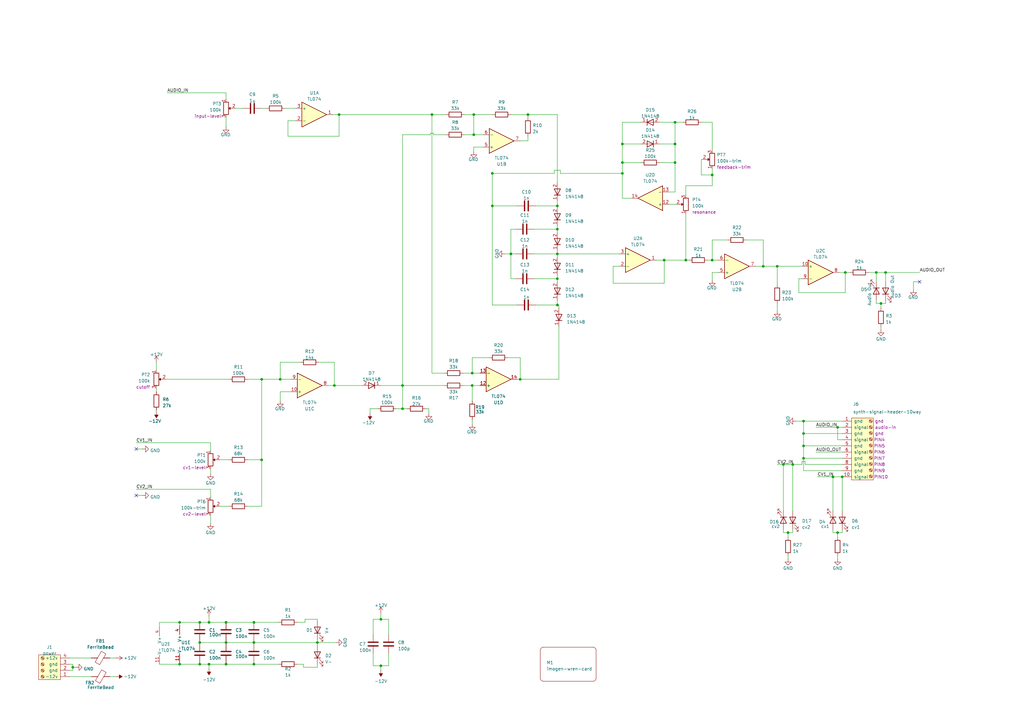
<source format=kicad_sch>
(kicad_sch (version 20250114) (generator "eeschema") (generator_version "9.0")
  (paper "A3")
  (junction (at 329.565 172.72))
  (junction (at 329.565 182.88))
  (junction (at 139.065 46.99))
  (junction (at 177.165 46.99))
  (junction (at 325.12 190.5))
  (junction (at 156.21 273.05))
  (junction (at 73.66 255.27))
  (junction (at 341.63 195.58))
  (junction (at 272.415 106.68))
  (junction (at 281.305 106.68))
  (junction (at 104.14 263.525))
  (junction (at 193.675 153.035))
  (junction (at 346.71 111.76))
  (junction (at 156.21 254))
  (junction (at 228.6 114.3))
  (junction (at 85.725 255.27))
  (junction (at 81.915 272.415))
  (junction (at 363.22 111.76))
  (junction (at 359.41 111.76))
  (junction (at 73.66 272.415))
  (junction (at 165.1 167.64))
  (junction (at 228.6 93.98))
  (junction (at 114.935 155.575))
  (junction (at 276.86 50.165))
  (junction (at 81.915 255.27))
  (junction (at 255.27 66.675))
  (junction (at 137.16 158.115))
  (junction (at 276.86 66.675))
  (junction (at 228.6 125.095))
  (junction (at 81.915 263.525))
  (junction (at 92.71 263.525))
  (junction (at 343.535 218.44))
  (junction (at 216.535 46.99))
  (junction (at 292.1 106.68))
  (junction (at 209.55 104.14))
  (junction (at 29.845 273.685))
  (junction (at 292.1 71.755))
  (junction (at 194.31 55.245))
  (junction (at 228.6 104.14))
  (junction (at 318.77 109.22))
  (junction (at 323.215 218.44))
  (junction (at 107.315 188.595))
  (junction (at 194.31 46.99))
  (junction (at 201.93 71.12))
  (junction (at 92.71 255.27))
  (junction (at 329.565 177.8))
  (junction (at 92.71 272.415))
  (junction (at 255.27 71.12))
  (junction (at 107.315 155.575))
  (junction (at 255.27 59.055))
  (junction (at 104.14 272.415))
  (junction (at 201.93 84.455))
  (junction (at 193.675 158.115))
  (junction (at 213.36 155.575))
  (junction (at 104.14 255.27))
  (junction (at 345.44 195.58))
  (junction (at 165.1 158.115))
  (junction (at 130.175 263.525))
  (junction (at 85.725 272.415))
  (junction (at 228.6 84.455))
  (junction (at 329.565 187.96))
  (junction (at 343.535 175.26))
  (junction (at 321.31 190.5))
  (junction (at 276.86 59.055))
  (junction (at 313.055 109.22))
  (junction (at 361.315 124.46))
  (no_connect (at 55.88 203.2))
  (no_connect (at 55.88 184.15))
  (no_connect (at 377.19 115.57))
  (wire (pts (xy 363.22 111.76) (xy 377.19 111.76)))
  (wire (pts (xy 130.175 262.255) (xy 130.175 263.525)))
  (wire (pts (xy 255.27 71.12) (xy 229.87 71.12)))
  (wire (pts (xy 212.09 155.575) (xy 213.36 155.575)))
  (wire (pts (xy 81.915 271.78) (xy 81.915 272.415)))
  (wire (pts (xy 194.31 46.99) (xy 194.31 55.245)))
  (wire (pts (xy 116.84 44.45) (xy 121.285 44.45)))
  (wire (pts (xy 219.075 104.14) (xy 228.6 104.14)))
  (wire (pts (xy 165.1 158.115) (xy 182.245 158.115)))
  (wire (pts (xy 81.915 272.415) (xy 85.725 272.415)))
  (wire (pts (xy 334.645 185.42) (xy 345.44 185.42)))
  (wire (pts (xy 228.6 82.55) (xy 228.6 84.455)))
  (wire (pts (xy 137.16 148.59) (xy 130.81 148.59)))
  (wire (pts (xy 104.14 255.27) (xy 114.3 255.27)))
  (wire (pts (xy 228.6 114.3) (xy 228.6 115.57)))
  (wire (pts (xy 363.22 111.76) (xy 363.22 115.57)))
  (wire (pts (xy 228.6 104.14) (xy 228.6 102.87)))
  (wire (pts (xy 86.36 200.66) (xy 55.88 200.66)))
  (wire (pts (xy 92.71 264.16) (xy 92.71 263.525)))
  (wire (pts (xy 329.565 172.72) (xy 345.44 172.72)))
  (wire (pts (xy 90.17 207.645) (xy 93.98 207.645)))
  (wire (pts (xy 81.915 263.525) (xy 92.71 263.525)))
  (wire (pts (xy 213.36 155.575) (xy 213.36 146.685)))
  (wire (pts (xy 343.535 218.44) (xy 345.44 218.44)))
  (wire (pts (xy 81.915 264.16) (xy 81.915 263.525)))
  (wire (pts (xy 335.28 195.58) (xy 341.63 195.58)))
  (wire (pts (xy 118.11 49.53) (xy 118.11 55.88)))
  (wire (pts (xy 165.1 158.115) (xy 165.1 167.64)))
  (wire (pts (xy 359.41 111.76) (xy 363.22 111.76)))
  (wire (pts (xy 343.535 175.26) (xy 345.44 175.26)))
  (wire (pts (xy 294.64 106.68) (xy 292.1 106.68)))
  (wire (pts (xy 313.055 109.22) (xy 309.88 109.22)))
  (wire (pts (xy 104.14 272.415) (xy 114.3 272.415)))
  (wire (pts (xy 28.575 272.415) (xy 29.845 272.415)))
  (wire (pts (xy 276.86 78.74) (xy 276.86 66.675)))
  (wire (pts (xy 175.895 167.64) (xy 175.895 169.545)))
  (wire (pts (xy 227.33 71.12) (xy 227.33 69.85)))
  (wire (pts (xy 99.695 44.45) (xy 96.52 44.45)))
  (wire (pts (xy 28.575 277.495) (xy 37.465 277.495)))
  (wire (pts (xy 213.36 146.685) (xy 208.28 146.685)))
  (wire (pts (xy 165.1 55.245) (xy 176.53 55.245)))
  (wire (pts (xy 272.415 106.68) (xy 281.305 106.68)))
  (wire (pts (xy 254 109.22) (xy 251.46 109.22)))
  (wire (pts (xy 114.935 160.655) (xy 119.38 160.655)))
  (wire (pts (xy 318.77 109.22) (xy 328.93 109.22)))
  (wire (pts (xy 92.71 255.27) (xy 104.14 255.27)))
  (wire (pts (xy 123.19 148.59) (xy 114.935 148.59)))
  (wire (pts (xy 209.55 46.99) (xy 216.535 46.99)))
  (wire (pts (xy 165.1 167.64) (xy 167.005 167.64)))
  (wire (pts (xy 359.41 124.46) (xy 361.315 124.46)))
  (wire (pts (xy 251.46 116.205) (xy 272.415 116.205)))
  (wire (pts (xy 194.31 46.99) (xy 201.93 46.99)))
  (wire (pts (xy 201.93 125.095) (xy 212.09 125.095)))
  (wire (pts (xy 177.165 153.035) (xy 182.245 153.035)))
  (wire (pts (xy 255.27 81.28) (xy 259.08 81.28)))
  (wire (pts (xy 209.55 104.14) (xy 211.455 104.14)))
  (wire (pts (xy 228.6 104.14) (xy 228.6 105.41)))
  (wire (pts (xy 281.305 106.68) (xy 282.575 106.68)))
  (wire (pts (xy 151.765 169.545) (xy 151.765 167.64)))
  (wire (pts (xy 86.36 184.785) (xy 86.36 181.61)))
  (wire (pts (xy 156.21 273.05) (xy 156.21 274.955)))
  (wire (pts (xy 86.36 192.405) (xy 86.36 194.31)))
  (wire (pts (xy 73.66 256.54) (xy 73.66 255.27)))
  (wire (pts (xy 374.65 115.57) (xy 374.65 118.745)))
  (wire (pts (xy 162.56 167.64) (xy 165.1 167.64)))
  (wire (pts (xy 92.71 271.78) (xy 92.71 272.415)))
  (wire (pts (xy 327.66 120.015) (xy 346.71 120.015)))
  (wire (pts (xy 85.725 252.73) (xy 85.725 255.27)))
  (wire (pts (xy 139.065 55.88) (xy 139.065 46.99)))
  (wire (pts (xy 321.31 190.5) (xy 325.12 190.5)))
  (wire (pts (xy 334.645 175.26) (xy 343.535 175.26)))
  (wire (pts (xy 306.07 98.425) (xy 313.055 98.425)))
  (wire (pts (xy 219.71 84.455) (xy 228.6 84.455)))
  (wire (pts (xy 313.055 98.425) (xy 313.055 109.22)))
  (wire (pts (xy 276.86 50.165) (xy 280.035 50.165)))
  (wire (pts (xy 193.675 158.115) (xy 193.675 164.465)))
  (wire (pts (xy 165.1 55.245) (xy 165.1 158.115)))
  (wire (pts (xy 325.12 190.5) (xy 325.12 209.55)))
  (wire (pts (xy 345.44 193.04) (xy 329.565 193.04)))
  (wire (pts (xy 229.235 155.575) (xy 229.235 133.985)))
  (wire (pts (xy 124.46 273.685) (xy 130.175 273.685)))
  (wire (pts (xy 262.89 66.675) (xy 255.27 66.675)))
  (wire (pts (xy 85.725 272.415) (xy 85.725 274.32)))
  (wire (pts (xy 255.27 59.055) (xy 262.89 59.055)))
  (wire (pts (xy 177.8 55.245) (xy 182.88 55.245)))
  (wire (pts (xy 190.5 46.99) (xy 194.31 46.99)))
  (wire (pts (xy 323.215 218.44) (xy 325.12 218.44)))
  (wire (pts (xy 359.41 123.19) (xy 359.41 124.46)))
  (wire (pts (xy 216.535 55.88) (xy 216.535 57.785)))
  (wire (pts (xy 276.86 50.165) (xy 276.86 59.055)))
  (wire (pts (xy 130.175 254) (xy 130.175 254.635)))
  (wire (pts (xy 346.71 111.76) (xy 344.17 111.76)))
  (wire (pts (xy 177.8 54.61) (xy 177.8 55.245)))
  (wire (pts (xy 345.44 195.58) (xy 345.44 209.55)))
  (wire (pts (xy 137.16 158.115) (xy 137.16 148.59)))
  (wire (pts (xy 193.675 158.115) (xy 196.85 158.115)))
  (wire (pts (xy 65.405 272.415) (xy 73.66 272.415)))
  (wire (pts (xy 219.075 93.98) (xy 228.6 93.98)))
  (wire (pts (xy 328.93 114.3) (xy 327.66 114.3)))
  (wire (pts (xy 228.6 84.455) (xy 228.6 85.09)))
  (wire (pts (xy 65.405 255.27) (xy 73.66 255.27)))
  (wire (pts (xy 85.725 272.415) (xy 92.71 272.415)))
  (wire (pts (xy 255.27 59.055) (xy 255.27 66.675)))
  (wire (pts (xy 313.055 109.22) (xy 318.77 109.22)))
  (wire (pts (xy 272.415 106.68) (xy 269.24 106.68)))
  (wire (pts (xy 341.63 195.58) (xy 341.63 209.55)))
  (wire (pts (xy 343.535 229.235) (xy 343.535 227.965)))
  (wire (pts (xy 270.51 59.055) (xy 276.86 59.055)))
  (wire (pts (xy 318.77 109.22) (xy 318.77 116.84)))
  (wire (pts (xy 139.065 46.99) (xy 136.525 46.99)))
  (wire (pts (xy 294.64 111.76) (xy 292.1 111.76)))
  (wire (pts (xy 130.175 264.795) (xy 130.175 263.525)))
  (wire (pts (xy 272.415 116.205) (xy 272.415 106.68)))
  (wire (pts (xy 292.1 98.425) (xy 298.45 98.425)))
  (wire (pts (xy 323.215 218.44) (xy 323.215 220.345)))
  (wire (pts (xy 255.27 50.165) (xy 255.27 59.055)))
  (wire (pts (xy 55.88 184.15) (xy 58.42 184.15)))
  (wire (pts (xy 29.845 273.685) (xy 31.115 273.685)))
  (wire (pts (xy 345.44 182.88) (xy 329.565 182.88)))
  (wire (pts (xy 156.21 254) (xy 159.385 254)))
  (wire (pts (xy 130.175 273.685) (xy 130.175 272.415)))
  (wire (pts (xy 318.77 190.5) (xy 321.31 190.5)))
  (wire (pts (xy 292.1 50.165) (xy 287.655 50.165)))
  (wire (pts (xy 159.385 254) (xy 159.385 260.35)))
  (wire (pts (xy 29.845 273.685) (xy 29.845 272.415)))
  (wire (pts (xy 107.315 155.575) (xy 107.315 188.595)))
  (wire (pts (xy 292.1 76.2) (xy 281.305 76.2)))
  (wire (pts (xy 251.46 109.22) (xy 251.46 116.205)))
  (wire (pts (xy 330.2 189.23) (xy 330.2 190.5)))
  (wire (pts (xy 55.88 203.2) (xy 58.42 203.2)))
  (wire (pts (xy 228.6 46.99) (xy 228.6 74.93)))
  (wire (pts (xy 329.565 182.88) (xy 329.565 177.8)))
  (wire (pts (xy 194.31 60.325) (xy 198.12 60.325)))
  (wire (pts (xy 276.86 66.675) (xy 270.51 66.675)))
  (wire (pts (xy 209.55 93.98) (xy 209.55 104.14)))
  (wire (pts (xy 64.135 160.655) (xy 64.135 159.385)))
  (wire (pts (xy 325.12 190.5) (xy 328.93 190.5)))
  (wire (pts (xy 361.315 135.255) (xy 361.315 133.985)))
  (wire (pts (xy 327.66 114.3) (xy 327.66 120.015)))
  (wire (pts (xy 326.39 172.72) (xy 329.565 172.72)))
  (wire (pts (xy 153.035 273.05) (xy 156.21 273.05)))
  (wire (pts (xy 73.66 272.415) (xy 81.915 272.415)))
  (wire (pts (xy 92.71 48.26) (xy 92.71 52.07)))
  (wire (pts (xy 323.215 229.235) (xy 323.215 227.965)))
  (wire (pts (xy 345.44 177.8) (xy 329.565 177.8)))
  (wire (pts (xy 356.235 111.76) (xy 359.41 111.76)))
  (wire (pts (xy 345.44 187.96) (xy 329.565 187.96)))
  (wire (pts (xy 292.1 61.595) (xy 292.1 50.165)))
  (wire (pts (xy 114.935 148.59) (xy 114.935 155.575)))
  (wire (pts (xy 177.165 46.99) (xy 182.88 46.99)))
  (wire (pts (xy 101.6 155.575) (xy 107.315 155.575)))
  (wire (pts (xy 125.095 255.27) (xy 121.92 255.27)))
  (wire (pts (xy 130.175 263.525) (xy 137.795 263.525)))
  (wire (pts (xy 101.6 207.645) (xy 107.315 207.645)))
  (wire (pts (xy 125.095 254) (xy 125.095 255.27)))
  (wire (pts (xy 64.135 168.91) (xy 64.135 168.275)))
  (wire (pts (xy 292.1 106.68) (xy 290.195 106.68)))
  (wire (pts (xy 67.945 155.575) (xy 93.98 155.575)))
  (wire (pts (xy 137.16 158.115) (xy 148.59 158.115)))
  (wire (pts (xy 92.71 38.1) (xy 92.71 40.64)))
  (wire (pts (xy 229.235 125.095) (xy 229.235 126.365)))
  (wire (pts (xy 194.31 55.245) (xy 198.12 55.245)))
  (wire (pts (xy 104.14 262.89) (xy 104.14 263.525)))
  (wire (pts (xy 47.625 277.495) (xy 45.085 277.495)))
  (wire (pts (xy 288.29 65.405) (xy 287.655 65.405)))
  (wire (pts (xy 329.565 177.8) (xy 329.565 172.72)))
  (wire (pts (xy 81.915 262.89) (xy 81.915 263.525)))
  (wire (pts (xy 292.1 69.215) (xy 292.1 71.755)))
  (wire (pts (xy 85.725 255.27) (xy 92.71 255.27)))
  (wire (pts (xy 330.2 190.5) (xy 345.44 190.5)))
  (wire (pts (xy 193.675 153.035) (xy 196.85 153.035)))
  (wire (pts (xy 114.935 155.575) (xy 119.38 155.575)))
  (wire (pts (xy 346.71 111.76) (xy 348.615 111.76)))
  (wire (pts (xy 55.88 181.61) (xy 86.36 181.61)))
  (wire (pts (xy 281.305 76.2) (xy 281.305 80.01)))
  (wire (pts (xy 228.6 114.3) (xy 228.6 113.03)))
  (wire (pts (xy 211.455 93.98) (xy 209.55 93.98)))
  (wire (pts (xy 341.63 217.17) (xy 341.63 218.44)))
  (wire (pts (xy 28.575 274.955) (xy 29.845 274.955)))
  (wire (pts (xy 101.6 188.595) (xy 107.315 188.595)))
  (wire (pts (xy 346.71 120.015) (xy 346.71 111.76)))
  (wire (pts (xy 104.14 264.16) (xy 104.14 263.525)))
  (wire (pts (xy 189.865 158.115) (xy 193.675 158.115)))
  (wire (pts (xy 153.035 254) (xy 156.21 254)))
  (wire (pts (xy 207.01 104.14) (xy 209.55 104.14)))
  (wire (pts (xy 73.66 271.78) (xy 73.66 272.415)))
  (wire (pts (xy 194.31 62.23) (xy 194.31 60.325)))
  (wire (pts (xy 125.095 254) (xy 130.175 254)))
  (wire (pts (xy 292.1 111.76) (xy 292.1 114.935)))
  (wire (pts (xy 274.32 78.74) (xy 276.86 78.74)))
  (wire (pts (xy 329.565 193.04) (xy 329.565 187.96)))
  (wire (pts (xy 201.93 71.12) (xy 227.33 71.12)))
  (wire (pts (xy 134.62 158.115) (xy 137.16 158.115)))
  (wire (pts (xy 86.36 211.455) (xy 86.36 214.63)))
  (wire (pts (xy 276.86 59.055) (xy 276.86 66.675)))
  (wire (pts (xy 328.93 190.5) (xy 328.93 189.23)))
  (wire (pts (xy 270.51 50.165) (xy 276.86 50.165)))
  (wire (pts (xy 153.035 267.97) (xy 153.035 273.05)))
  (wire (pts (xy 292.1 106.68) (xy 292.1 98.425)))
  (wire (pts (xy 359.41 111.76) (xy 359.41 115.57)))
  (wire (pts (xy 274.32 83.82) (xy 277.495 83.82)))
  (wire (pts (xy 321.31 190.5) (xy 321.31 209.55)))
  (wire (pts (xy 255.27 71.12) (xy 255.27 81.28)))
  (wire (pts (xy 228.6 93.98) (xy 228.6 95.25)))
  (wire (pts (xy 227.33 69.85) (xy 229.87 69.85)))
  (wire (pts (xy 321.31 218.44) (xy 323.215 218.44)))
  (wire (pts (xy 229.87 71.12) (xy 229.87 69.85)))
  (wire (pts (xy 209.55 114.3) (xy 209.55 104.14)))
  (wire (pts (xy 287.655 65.405) (xy 287.655 71.755)))
  (wire (pts (xy 177.165 46.99) (xy 177.165 153.035)))
  (wire (pts (xy 287.655 71.755) (xy 292.1 71.755)))
  (wire (pts (xy 73.66 255.27) (xy 81.915 255.27)))
  (wire (pts (xy 176.53 55.245) (xy 176.53 54.61)))
  (wire (pts (xy 92.71 263.525) (xy 92.71 262.89)))
  (wire (pts (xy 139.065 46.99) (xy 177.165 46.99)))
  (wire (pts (xy 193.675 172.085) (xy 193.675 173.99)))
  (wire (pts (xy 374.65 115.57) (xy 377.19 115.57)))
  (wire (pts (xy 212.09 84.455) (xy 201.93 84.455)))
  (wire (pts (xy 124.46 272.415) (xy 124.46 273.685)))
  (wire (pts (xy 29.845 274.955) (xy 29.845 273.685)))
  (wire (pts (xy 216.535 57.785) (xy 213.36 57.785)))
  (wire (pts (xy 92.71 272.415) (xy 104.14 272.415)))
  (wire (pts (xy 201.93 84.455) (xy 201.93 125.095)))
  (wire (pts (xy 325.12 217.17) (xy 325.12 218.44)))
  (wire (pts (xy 159.385 273.05) (xy 159.385 267.97)))
  (wire (pts (xy 107.315 155.575) (xy 114.935 155.575)))
  (wire (pts (xy 228.6 125.095) (xy 228.6 123.19)))
  (wire (pts (xy 281.305 87.63) (xy 281.305 106.68)))
  (wire (pts (xy 151.765 167.64) (xy 154.94 167.64)))
  (wire (pts (xy 156.21 158.115) (xy 165.1 158.115)))
  (wire (pts (xy 318.77 124.46) (xy 318.77 127.635)))
  (wire (pts (xy 216.535 46.99) (xy 228.6 46.99)))
  (wire (pts (xy 321.31 217.17) (xy 321.31 218.44)))
  (wire (pts (xy 175.895 167.64) (xy 174.625 167.64)))
  (wire (pts (xy 130.175 263.525) (xy 104.14 263.525)))
  (wire (pts (xy 329.565 187.96) (xy 329.565 182.88)))
  (wire (pts (xy 345.44 217.17) (xy 345.44 218.44)))
  (wire (pts (xy 341.63 195.58) (xy 345.44 195.58)))
  (wire (pts (xy 363.22 123.19) (xy 363.22 124.46)))
  (wire (pts (xy 114.935 160.655) (xy 114.935 164.465)))
  (wire (pts (xy 262.89 50.165) (xy 255.27 50.165)))
  (wire (pts (xy 153.035 254) (xy 153.035 260.35)))
  (wire (pts (xy 107.315 207.645) (xy 107.315 188.595)))
  (wire (pts (xy 176.53 54.61) (xy 177.8 54.61)))
  (wire (pts (xy 343.535 175.26) (xy 343.535 180.34)))
  (wire (pts (xy 189.865 153.035) (xy 193.675 153.035)))
  (wire (pts (xy 65.405 255.27) (xy 65.405 257.175)))
  (wire (pts (xy 90.17 188.595) (xy 93.98 188.595)))
  (wire (pts (xy 328.93 189.23) (xy 330.2 189.23)))
  (wire (pts (xy 219.075 114.3) (xy 228.6 114.3)))
  (wire (pts (xy 104.14 263.525) (xy 92.71 263.525)))
  (wire (pts (xy 28.575 269.875) (xy 37.465 269.875)))
  (wire (pts (xy 343.535 180.34) (xy 345.44 180.34)))
  (wire (pts (xy 109.22 44.45) (xy 107.315 44.45)))
  (wire (pts (xy 190.5 55.245) (xy 194.31 55.245)))
  (wire (pts (xy 86.36 203.835) (xy 86.36 200.66)))
  (wire (pts (xy 201.93 70.485) (xy 201.93 71.12)))
  (wire (pts (xy 219.71 125.095) (xy 228.6 125.095)))
  (wire (pts (xy 104.14 271.78) (xy 104.14 272.415)))
  (wire (pts (xy 81.915 255.27) (xy 85.725 255.27)))
  (wire (pts (xy 228.6 93.98) (xy 228.6 92.71)))
  (wire (pts (xy 118.11 55.88) (xy 139.065 55.88)))
  (wire (pts (xy 121.285 49.53) (xy 118.11 49.53)))
  (wire (pts (xy 193.675 146.685) (xy 193.675 153.035)))
  (wire (pts (xy 68.58 38.1) (xy 92.71 38.1)))
  (wire (pts (xy 361.315 124.46) (xy 361.315 126.365)))
  (wire (pts (xy 361.315 124.46) (xy 363.22 124.46)))
  (wire (pts (xy 47.625 269.875) (xy 45.085 269.875)))
  (wire (pts (xy 156.21 273.05) (xy 159.385 273.05)))
  (wire (pts (xy 341.63 218.44) (xy 343.535 218.44)))
  (wire (pts (xy 201.93 71.12) (xy 201.93 84.455)))
  (wire (pts (xy 228.6 125.095) (xy 229.235 125.095)))
  (wire (pts (xy 211.455 114.3) (xy 209.55 114.3)))
  (wire (pts (xy 64.135 148.59) (xy 64.135 151.765)))
  (wire (pts (xy 156.21 251.46) (xy 156.21 254)))
  (wire (pts (xy 200.66 146.685) (xy 193.675 146.685)))
  (wire (pts (xy 213.36 155.575) (xy 229.235 155.575)))
  (wire (pts (xy 292.1 71.755) (xy 292.1 76.2)))
  (wire (pts (xy 343.535 218.44) (xy 343.535 220.345)))
  (wire (pts (xy 228.6 104.14) (xy 254 104.14)))
  (wire (pts (xy 255.27 66.675) (xy 255.27 71.12)))
  (wire (pts (xy 216.535 46.99) (xy 216.535 48.26)))
  (wire (pts (xy 121.92 272.415) (xy 124.46 272.415)))
  (label "AUDIO_OUT" (at 334.645 185.42 0))
  (label "AUDIO_OUT" (at 377.19 111.76 0))
  (label "CV2_IN" (at 318.77 190.5 0))
  (label "AUDIO_IN" (at 68.58 38.1 0))
  (label "CV1_IN" (at 335.28 195.58 0))
  (label "AUDIO_IN" (at 334.645 175.26 0))
  (label "CV1_IN" (at 55.88 181.61 0))
  (label "CV2_IN" (at 55.88 200.66 0))
  (symbol (lib_id "000_Resistors_Immo:1k") (at 283.845 50.165 0) (unit 1)
    (property "Reference" "R26" (at 283.845 45.72 0))
    (property "Value" "1k" (at 283.845 48.26 0))
    (property "Footprint" "Resistor_SMD:R_0805_2012Metric_Pad1.20x1.40mm_HandSolder" (effects (hide yes)))
    (property "JLCpart" "C218388" (effects (hide yes)))
    (property "Cost" "0.0082" (effects (hide yes)))
  )
  (symbol (lib_id "000_Resistors_Immo:100k") (at 113.03 44.45 0) (unit 1)
    (property "Reference" "R5" (at 113.03 39.37 0))
    (property "Value" "100k" (at 113.03 41.91 0))
    (property "Footprint" "Resistor_SMD:R_0805_2012Metric_Pad1.20x1.40mm_HandSolder" (effects (hide yes)))
    (property "JLCpart" "C280020" (effects (hide yes)))
    (property "Cost" "0.0027" (effects (hide yes)))
  )
  (symbol (lib_id "000_inductors_immo:FerriteBead") (at 41.275 277.495 270) (unit 1)
    (property "Reference" "FB2" (at 36.83 280.035 90))
    (property "Value" "FerriteBead" (at 41.275 281.94 90))
    (property "Footprint" "Inductor_SMD:L_0805_2012Metric_Pad1.05x1.20mm_HandSolder" (effects (hide yes)))
    (property "JLCpart" "C845115" (effects (hide yes)))
    (property "Cost" "0.558" (effects (hide yes)))
  )
  (symbol (lib_id "000_Resistors_Immo:100k") (at 318.77 120.65 90) (unit 1)
    (property "Reference" "R23" (at 320.675 120.015 90) (effects (justify right)))
    (property "Value" "100k" (at 320.675 122.555 90) (effects (justify right)))
    (property "Footprint" "Resistor_SMD:R_0805_2012Metric_Pad1.20x1.40mm_HandSolder" (effects (hide yes)))
    (property "JLCpart" "C280020" (effects (hide yes)))
    (property "Cost" "0.0027" (effects (hide yes)))
  )
  (symbol (lib_id "power:GND") (at 92.71 52.07 0) (unit 1)
    (property "Reference" "#PWR012" (effects (hide yes)))
    (property "Value" "GND" (at 94.615 55.245 0) (effects (justify right)))
  )
  (symbol (lib_id "000_Capacitor_Film_Immo:100n") (at 159.385 264.16 180) (unit 1)
    (property "Reference" "C8" (at 163.195 263.525 0) (effects (justify right)))
    (property "Value" "100p" (at 163.195 266.065 0) (effects (justify right)))
    (property "Footprint" "000_Capacitors_Immo:C_0805_2012_HandSolder_kawaii" (effects (hide yes)))
    (property "JLCpart" "C779975" (effects (hide yes)))
    (property "Cost" "0.02" (effects (hide yes)))
  )
  (symbol (lib_id "000_Resistors_Immo:Resistor_0805") (at 127 148.59 0) (unit 1)
    (property "Reference" "R12" (at 127 144.145 0))
    (property "Value" "14k" (at 127 146.685 0))
    (property "Footprint" "Resistor_SMD:R_0805_2012Metric_Pad1.20x1.40mm_HandSolder" (effects (hide yes)))
  )
  (symbol (lib_id "000_Resistors_Immo:Alpha Pot") (at 64.135 155.575 0) (unit 1)
    (property "Reference" "PT2" (at 61.595 153.67 0) (effects (justify right)))
    (property "Value" "100k" (at 61.595 156.21 0) (effects (justify right)))
    (property "Footprint" "000_Resistors_Immo:Potentiometer_Alpha-reversable" (effects (hide yes)))
    (property "NAME" "cutoff" (at 61.595 158.75 0) (effects (justify right)))
  )
  (symbol (lib_id "power:GND") (at 175.895 169.545 0) (unit 1)
    (property "Reference" "#PWR021" (effects (hide yes)))
    (property "Value" "GND" (at 177.8 172.72 0) (effects (justify right)))
  )
  (symbol (lib_id "000_Resistors_Immo:Resistor_0805") (at 204.47 146.685 0) (unit 1)
    (property "Reference" "R20" (at 204.47 141.605 0))
    (property "Value" "33k" (at 204.47 144.145 0))
    (property "Footprint" "Resistor_SMD:R_0805_2012Metric_Pad1.20x1.40mm_HandSolder" (effects (hide yes)))
  )
  (symbol (lib_id "000_Capacitor_Film_Immo:cap_film_0805") (at 103.505 44.45 90) (unit 1)
    (property "Reference" "C9" (at 103.505 38.735 90))
    (property "Value" "1u" (at 103.505 41.275 90))
    (property "Footprint" "Capacitor_SMD:C_0805_2012Metric_Pad1.18x1.45mm_HandSolder" (effects (hide yes)))
  )
  (symbol (lib_id "power:GND") (at 58.42 184.15 90) (unit 1)
    (property "Reference" "#PWR027" (effects (hide yes)))
    (property "Value" "GND" (at 61.595 184.785 90) (effects (justify right)))
  )
  (symbol (lib_id "000-op-amp-immo:TL074") (at 204.47 155.575 0) (mirror x) (unit 4)
    (property "Reference" "U1" (at 204.47 165.1 0))
    (property "Value" "TL074" (at 204.47 162.56 0))
    (property "Footprint" "Package_SO:SOIC-14_3.9x8.7mm_P1.27mm" (effects (hide yes)))
    (property "Datasheet" "http://www.ti.com/lit/ds/symlink/tl071.pdf" (effects (hide yes)))
    (property "RSpart" "661-0076" (effects (hide yes)))
    (property "supplier" "https://uk.rs-online.com/web/p/op-amps/6610076?gb=s" (effects (hide yes)))
    (property "cost" "£0.426" (effects (hide yes)))
  )
  (symbol (lib_id "000_Capacitor_Film_Immo:100n") (at 92.71 267.97 0) (unit 1)
    (property "Reference" "C4" (at 96.52 267.335 0) (effects (justify left)))
    (property "Value" "100n" (at 96.52 269.24 0) (effects (justify left)))
    (property "Footprint" "000_Capacitors_Immo:C_0805_2012_HandSolder_kawaii" (effects (hide yes)))
    (property "JLCpart" "C779975" (effects (hide yes)))
    (property "Cost" "0.02" (effects (hide yes)))
  )
  (symbol (lib_id "power:GND") (at 137.795 263.525 90) (unit 1)
    (property "Reference" "#PWR07" (effects (hide yes)))
    (property "Value" "GND" (at 141.605 263.525 0))
  )
  (symbol (lib_id "power:-12V") (at 151.765 169.545 180) (unit 1)
    (property "Reference" "#PWR020" (effects (hide yes)))
    (property "Value" "-12V" (at 151.13 173.355 0))
  )
  (symbol (lib_id "000_Capacitor_Film_Immo:100n") (at 81.915 267.97 0) (unit 1)
    (property "Reference" "C2" (at 85.725 267.335 0) (effects (justify left)))
    (property "Value" "100n" (at 85.725 269.875 0) (effects (justify left)))
    (property "Footprint" "000_Capacitors_Immo:C_0805_2012_HandSolder_kawaii" (effects (hide yes)))
    (property "JLCpart" "C779975" (effects (hide yes)))
    (property "Cost" "0.02" (effects (hide yes)))
  )
  (symbol (lib_id "power:GND") (at 194.31 62.23 0) (unit 1)
    (property "Reference" "#PWR017" (effects (hide yes)))
    (property "Value" "GND" (at 196.215 65.405 0) (effects (justify right)))
  )
  (symbol (lib_id "000_Diodes_Immo:LED_0805_kawaii") (at 321.31 213.36 270) (unit 1)
    (property "Reference" "D16" (at 315.595 213.995 90) (effects (justify left)))
    (property "Value" "cv2" (at 318.135 215.9 90))
    (property "Footprint" "000_Diodes_Immo:LED_0805_2012_Kawaii" (effects (hide yes)))
    (property "JLCpart" "C84259" (effects (hide yes)))
    (property "Cost" "0.0227" (effects (hide yes)))
  )
  (symbol (lib_id "000_Diodes_Immo:1N4148_SMD_minimelf") (at 152.4 158.115 180) (unit 1)
    (property "Reference" "D7" (at 152.4 153.035 0))
    (property "Value" "1N4148" (at 152.4 155.575 0))
    (property "Footprint" "000_Diodes_Immo:D_MiniMELF_kawaii" (effects (hide yes)))
    (property "Datasheet" "https://assets.nexperia.com/documents/data-sheet/1N4148_1N4448.pdf" (effects (hide yes)))
    (property "RSpart" "443-3690" (effects (hide yes)))
    (property "supplier" "https://uk.rs-online.com/web/p/switching-diodes/4433690?gb=b" (effects (hide yes)))
    (property "cost" "0.058" (effects (hide yes)))
  )
  (symbol (lib_id "power:-12V") (at 85.725 274.32 180) (unit 1)
    (property "Reference" "#PWR06" (effects (hide yes)))
    (property "Value" "-12V" (at 85.725 278.765 0))
  )
  (symbol (lib_id "000_Diodes_Immo:1N4148_SMD_minimelf") (at 266.7 59.055 180) (unit 1)
    (property "Reference" "D14" (at 266.7 53.34 0))
    (property "Value" "1N4148" (at 266.7 55.88 0))
    (property "Footprint" "000_Diodes_Immo:D_MiniMELF_kawaii" (effects (hide yes)))
    (property "Datasheet" "https://assets.nexperia.com/documents/data-sheet/1N4148_1N4448.pdf" (effects (hide yes)))
    (property "RSpart" "443-3690" (effects (hide yes)))
    (property "supplier" "https://uk.rs-online.com/web/p/switching-diodes/4433690?gb=b" (effects (hide yes)))
    (property "cost" "0.058" (effects (hide yes)))
  )
  (symbol (lib_id "Amplifier_Operational:TL074") (at 67.945 264.795 0) (unit 5)
    (property "Reference" "U2" (at 66.04 264.16 0) (effects (justify left)))
    (property "Value" "TL074" (at 66.04 266.7 0) (effects (justify left)))
    (property "Footprint" "000_ICs_Immo:SOIC-14_3.9x8.7mm_P1.27mm" (effects (hide yes)))
    (property "Datasheet" "http://www.ti.com/lit/ds/symlink/tl071.pdf" (effects (hide yes)))
  )
  (symbol (lib_id "000_Resistors_Immo:100k") (at 158.75 167.64 0) (unit 1)
    (property "Reference" "R15" (at 158.75 162.56 0))
    (property "Value" "100k" (at 158.75 165.1 0))
    (property "Footprint" "Resistor_SMD:R_0805_2012Metric_Pad1.20x1.40mm_HandSolder" (effects (hide yes)))
    (property "JLCpart" "C280020" (effects (hide yes)))
    (property "Cost" "0.0027" (effects (hide yes)))
  )
  (symbol (lib_id "000_Capacitor_Film_Immo:100n") (at 153.035 264.16 0) (unit 1)
    (property "Reference" "C7" (at 147.32 264.16 0) (effects (justify left)))
    (property "Value" "100n" (at 147.32 266.7 0) (effects (justify left)))
    (property "Footprint" "000_Capacitors_Immo:C_0805_2012_HandSolder_kawaii" (effects (hide yes)))
    (property "JLCpart" "C779975" (effects (hide yes)))
    (property "Cost" "0.02" (effects (hide yes)))
  )
  (symbol (lib_id "000_Capacitor_Film_Immo:100n") (at 104.14 267.97 0) (unit 1)
    (property "Reference" "C6" (at 107.95 267.335 0) (effects (justify left)))
    (property "Value" "100n" (at 107.95 269.875 0) (effects (justify left)))
    (property "Footprint" "000_Capacitors_Immo:C_0805_2012_HandSolder_kawaii" (effects (hide yes)))
    (property "JLCpart" "C779975" (effects (hide yes)))
    (property "Cost" "0.02" (effects (hide yes)))
  )
  (symbol (lib_id "Amplifier_Operational:TL074") (at 336.55 111.76 0) (unit 3)
    (property "Reference" "U2" (at 336.55 102.87 0))
    (property "Value" "TL074" (at 336.55 105.41 0))
    (property "Footprint" "000_ICs_Immo:SOIC-14_3.9x8.7mm_P1.27mm" (effects (hide yes)))
    (property "Datasheet" "http://www.ti.com/lit/ds/symlink/tl071.pdf" (effects (hide yes)))
  )
  (symbol (lib_id "power:GND") (at 207.01 104.14 270) (unit 1)
    (property "Reference" "#PWR01" (effects (hide yes)))
    (property "Value" "GND" (at 203.835 106.045 0) (effects (justify right)))
  )
  (symbol (lib_id "000_Diodes_Immo:LED_0805_kawaii") (at 359.41 119.38 270) (unit 1)
    (property "Reference" "D5" (at 353.06 118.745 90) (effects (justify left)))
    (property "Value" "Audio Out" (at 356.616 120.65 0))
    (property "Footprint" "000_Diodes_Immo:LED_0805_2012_Kawaii" (effects (hide yes)))
    (property "JLCpart" "C84259" (effects (hide yes)))
    (property "Cost" "0.0227" (effects (hide yes)))
  )
  (symbol (lib_id "power:+12V") (at 64.135 148.59 0) (unit 1)
    (property "Reference" "#PWR015" (effects (hide yes)))
    (property "Value" "+12V" (at 64.135 145.415 0))
  )
  (symbol (lib_id "000_Resistors_Immo:Resistor_0805") (at 186.055 158.115 0) (mirror x) (unit 1)
    (property "Reference" "R17" (at 186.055 163.195 0))
    (property "Value" "33k" (at 186.055 160.655 0))
    (property "Footprint" "Resistor_SMD:R_0805_2012Metric_Pad1.20x1.40mm_HandSolder" (effects (hide yes)))
  )
  (symbol (lib_id "000_Diodes_Immo:1N4148_SMD_minimelf") (at 228.6 109.22 90) (unit 1)
    (property "Reference" "D11" (at 231.775 108.585 90) (effects (justify right)))
    (property "Value" "1N4148" (at 231.775 111.125 90) (effects (justify right)))
    (property "Footprint" "000_Diodes_Immo:D_MiniMELF_kawaii" (effects (hide yes)))
    (property "Datasheet" "https://assets.nexperia.com/documents/data-sheet/1N4148_1N4448.pdf" (effects (hide yes)))
    (property "RSpart" "443-3690" (effects (hide yes)))
    (property "supplier" "https://uk.rs-online.com/web/p/switching-diodes/4433690?gb=b" (effects (hide yes)))
    (property "cost" "0.058" (effects (hide yes)))
  )
  (symbol (lib_id "000_Resistors_Immo:Resistor_0805") (at 186.69 46.99 0) (unit 1)
    (property "Reference" "R7" (at 186.69 41.91 0))
    (property "Value" "33k" (at 186.69 44.45 0))
    (property "Footprint" "Resistor_SMD:R_0805_2012Metric_Pad1.20x1.40mm_HandSolder" (effects (hide yes)))
  )
  (symbol (lib_id "000_Resistors_Immo:1k") (at 323.215 224.155 90) (unit 1)
    (property "Reference" "R27" (at 325.12 223.52 90) (effects (justify right)))
    (property "Value" "1k" (at 325.12 226.06 90) (effects (justify right)))
    (property "Footprint" "Resistor_SMD:R_0805_2012Metric_Pad1.20x1.40mm_HandSolder" (effects (hide yes)))
    (property "JLCpart" "C218388" (effects (hide yes)))
    (property "Cost" "0.0082" (effects (hide yes)))
  )
  (symbol (lib_id "000_Resistors_Immo:1k") (at 361.315 130.175 90) (unit 1)
    (property "Reference" "R3" (at 363.22 129.54 90) (effects (justify right)))
    (property "Value" "1k" (at 363.22 132.08 90) (effects (justify right)))
    (property "Footprint" "Resistor_SMD:R_0805_2012Metric_Pad1.20x1.40mm_HandSolder" (effects (hide yes)))
    (property "JLCpart" "C218388" (effects (hide yes)))
    (property "Cost" "0.0082" (effects (hide yes)))
  )
  (symbol (lib_id "power:GND") (at 361.315 135.255 0) (unit 1)
    (property "Reference" "#PWR010" (effects (hide yes)))
    (property "Value" "GND" (at 361.315 139.065 0))
  )
  (symbol (lib_id "000_Resistors_Immo:Alpha Pot") (at 281.305 83.82 180) (unit 1)
    (property "Reference" "PT4" (at 283.845 81.915 0) (effects (justify right)))
    (property "Value" "100k" (at 283.845 84.455 0) (effects (justify right)))
    (property "Footprint" "000_Resistors_Immo:Potentiometer_Alpha-reversable" (effects (hide yes)))
    (property "NAME" "resonance" (at 283.845 86.995 0) (effects (justify right)))
  )
  (symbol (lib_id "000_Diodes_Immo:LED_0805_kawaii") (at 130.175 258.445 90) (unit 1)
    (property "Reference" "D1" (at 128.27 258.445 90) (effects (justify left)))
    (property "Value" "V+" (at 133.985 258.445 0))
    (property "Footprint" "000_Diodes_Immo:LED_0805_2012_Kawaii" (effects (hide yes)))
    (property "JLCpart" "C84259" (effects (hide yes)))
    (property "Cost" "0.0227" (effects (hide yes)))
  )
  (symbol (lib_id "power:-12V") (at 64.135 168.91 180) (unit 1)
    (property "Reference" "#PWR016" (effects (hide yes)))
    (property "Value" "-12V" (at 63.5 172.72 0))
  )
  (symbol (lib_id "000_Diodes_Immo:1N4148_SMD_minimelf") (at 228.6 78.74 90) (unit 1)
    (property "Reference" "D8" (at 231.775 78.105 90) (effects (justify right)))
    (property "Value" "1N4148" (at 231.775 80.645 90) (effects (justify right)))
    (property "Footprint" "000_Diodes_Immo:D_MiniMELF_kawaii" (effects (hide yes)))
    (property "Datasheet" "https://assets.nexperia.com/documents/data-sheet/1N4148_1N4448.pdf" (effects (hide yes)))
    (property "RSpart" "443-3690" (effects (hide yes)))
    (property "supplier" "https://uk.rs-online.com/web/p/switching-diodes/4433690?gb=b" (effects (hide yes)))
    (property "cost" "0.058" (effects (hide yes)))
  )
  (symbol (lib_id "power:+12V") (at 47.625 269.875 270) (unit 1)
    (property "Reference" "#PWR02" (effects (hide yes)))
    (property "Value" "+12V" (at 53.34 269.875 90))
  )
  (symbol (lib_id "power:GND") (at 114.935 164.465 0) (unit 1)
    (property "Reference" "#PWR018" (effects (hide yes)))
    (property "Value" "GND" (at 116.84 167.64 0) (effects (justify right)))
  )
  (symbol (lib_id "power:GND") (at 193.675 173.99 0) (unit 1)
    (property "Reference" "#PWR022" (effects (hide yes)))
    (property "Value" "GND" (at 195.58 177.165 0) (effects (justify right)))
  )
  (symbol (lib_id "000_Modules_Immo:imogen-wren-card") (at 233.045 271.78 0) (unit 1)
    (property "Reference" "M1" (at 224.155 271.78 0) (effects (justify left)))
    (property "Value" "imogen-wren-card" (at 224.155 274.32 0) (effects (justify left)))
    (property "Footprint" "000_Modules_Immo:credit-card-screws" (effects (hide yes)))
  )
  (symbol (lib_id "Amplifier_Operational:TL074") (at 302.26 109.22 0) (mirror x) (unit 2)
    (property "Reference" "U2" (at 302.26 118.745 0))
    (property "Value" "TL074" (at 302.26 116.205 0))
    (property "Footprint" "000_ICs_Immo:SOIC-14_3.9x8.7mm_P1.27mm" (effects (hide yes)))
    (property "Datasheet" "http://www.ti.com/lit/ds/symlink/tl071.pdf" (effects (hide yes)))
  )
  (symbol (lib_id "000_Resistors_Immo:100k") (at 266.7 66.675 180) (unit 1)
    (property "Reference" "R25" (at 266.7 61.595 0))
    (property "Value" "100k" (at 266.7 64.135 0))
    (property "Footprint" "Resistor_SMD:R_0805_2012Metric_Pad1.20x1.40mm_HandSolder" (effects (hide yes)))
    (property "JLCpart" "C280020" (effects (hide yes)))
    (property "Cost" "0.0027" (effects (hide yes)))
  )
  (symbol (lib_id "000_Resistors_Immo:Resistor_0805") (at 186.69 55.245 0) (unit 1)
    (property "Reference" "R8" (at 186.69 50.165 0))
    (property "Value" "33k" (at 186.69 52.705 0))
    (property "Footprint" "Resistor_SMD:R_0805_2012Metric_Pad1.20x1.40mm_HandSolder" (effects (hide yes)))
  )
  (symbol (lib_id "power:GND") (at 326.39 172.72 270) (unit 1)
    (property "Reference" "#PWR025" (effects (hide yes)))
    (property "Value" "GND" (at 323.215 174.625 0) (effects (justify right)))
  )
  (symbol (lib_id "000_Resistors_Immo:50k_trimpot_MT") (at 292.1 65.405 180) (unit 1)
    (property "Reference" "PT7" (at 294.005 63.5 0) (effects (justify right)))
    (property "Value" "100k-trim" (at 294.005 66.04 0) (effects (justify right)))
    (property "Footprint" "000_Resistors_Immo:Potentiometer_Bourns-reversable-1" (effects (hide yes)))
    (property "NAME" "feedback-trim" (at 294.005 68.58 0) (effects (justify right)))
    (property "JLCpart" "C118911" (effects (hide yes)))
    (property "cost" "0.147" (effects (hide yes)))
  )
  (symbol (lib_id "power:GND") (at 86.36 214.63 0) (unit 1)
    (property "Reference" "#PWR014" (effects (hide yes)))
    (property "Value" "GND" (at 86.36 218.44 0))
  )
  (symbol (lib_id "000_inductors_immo:FerriteBead") (at 41.275 269.875 90) (unit 1)
    (property "Reference" "FB1" (at 41.2242 262.89 90))
    (property "Value" "FerriteBead" (at 41.2242 265.43 90))
    (property "Footprint" "Inductor_SMD:L_0805_2012Metric_Pad1.05x1.20mm_HandSolder" (effects (hide yes)))
    (property "JLCpart" "C845115" (effects (hide yes)))
    (property "Cost" "0.558" (effects (hide yes)))
  )
  (symbol (lib_id "000-op-amp-immo:TL074") (at 127 158.115 0) (mirror x) (unit 3)
    (property "Reference" "U1" (at 127 167.64 0))
    (property "Value" "TL074" (at 127 165.1 0))
    (property "Footprint" "Package_SO:SOIC-14_3.9x8.7mm_P1.27mm" (effects (hide yes)))
    (property "Datasheet" "http://www.ti.com/lit/ds/symlink/tl071.pdf" (effects (hide yes)))
    (property "RSpart" "661-0076" (effects (hide yes)))
    (property "supplier" "https://uk.rs-online.com/web/p/op-amps/6610076?gb=s" (effects (hide yes)))
    (property "cost" "£0.426" (effects (hide yes)))
  )
  (symbol (lib_id "000-op-amp-immo:TL074") (at 205.74 57.785 0) (mirror x) (unit 2)
    (property "Reference" "U1" (at 205.74 67.31 0))
    (property "Value" "TL074" (at 205.74 64.77 0))
    (property "Footprint" "Package_SO:SOIC-14_3.9x8.7mm_P1.27mm" (effects (hide yes)))
    (property "Datasheet" "http://www.ti.com/lit/ds/symlink/tl071.pdf" (effects (hide yes)))
    (property "RSpart" "661-0076" (effects (hide yes)))
    (property "supplier" "https://uk.rs-online.com/web/p/op-amps/6610076?gb=s" (effects (hide yes)))
    (property "cost" "£0.426" (effects (hide yes)))
  )
  (symbol (lib_id "power:GND") (at 323.215 229.235 0) (unit 1)
    (property "Reference" "#PWR028" (effects (hide yes)))
    (property "Value" "GND" (at 323.215 233.045 0))
  )
  (symbol (lib_id "power:+12V") (at 85.725 252.73 0) (unit 1)
    (property "Reference" "#PWR05" (effects (hide yes)))
    (property "Value" "+12V" (at 85.725 249.555 0))
  )
  (symbol (lib_id "power:GND") (at 58.42 203.2 90) (unit 1)
    (property "Reference" "#PWR026" (effects (hide yes)))
    (property "Value" "GND" (at 61.595 203.835 90) (effects (justify right)))
  )
  (symbol (lib_id "000_Diodes_Immo:LED_0805_kawaii") (at 341.63 213.36 270) (unit 1)
    (property "Reference" "D4" (at 335.915 213.995 90) (effects (justify left)))
    (property "Value" "cv1" (at 338.455 215.9 90))
    (property "Footprint" "000_Diodes_Immo:LED_0805_2012_Kawaii" (effects (hide yes)))
    (property "JLCpart" "C84259" (effects (hide yes)))
    (property "Cost" "0.0227" (effects (hide yes)))
  )
  (symbol (lib_id "000_Diodes_Immo:LED_0805_kawaii") (at 363.22 119.38 90) (unit 1)
    (property "Reference" "D3" (at 369.57 121.285 90) (effects (justify left)))
    (property "Value" "Audio Out" (at 366.014 117.602 0))
    (property "Footprint" "000_Diodes_Immo:LED_0805_2012_Kawaii" (effects (hide yes)))
    (property "JLCpart" "C84259" (effects (hide yes)))
    (property "Cost" "0.0227" (effects (hide yes)))
  )
  (symbol (lib_id "power:GND") (at 292.1 114.935 0) (unit 1)
    (property "Reference" "#PWR08" (effects (hide yes)))
    (property "Value" "GND" (at 294.005 118.11 0) (effects (justify right)))
  )
  (symbol (lib_id "000_Resistors_Immo:Resistor_0805") (at 97.79 188.595 0) (unit 1)
    (property "Reference" "R13" (at 97.79 183.515 0))
    (property "Value" "68k" (at 97.79 186.055 0))
    (property "Footprint" "Resistor_SMD:R_0805_2012Metric_Pad1.20x1.40mm_HandSolder" (effects (hide yes)))
  )
  (symbol (lib_id "power:GND") (at 374.65 118.745 0) (unit 1)
    (property "Reference" "#PWR023" (effects (hide yes)))
    (property "Value" "GND" (at 376.555 121.92 0) (effects (justify right)))
  )
  (symbol (lib_id "000-screw-terminals-immo:synth-power-header") (at 23.495 274.955 180) (unit 1)
    (property "Reference" "J1" (at 20.32 265.43 0))
    (property "Value" "power" (at 20.32 267.97 0))
    (property "Footprint" "000-screw-terminals-immo:synth-power-termbox-MPT-0,5-4-2.54_1x04_P2.54mm" (effects (hide yes)))
    (property "Datasheet" "https://uk.farnell.com/wago/236-402/terminal-block-wire-to-brd-2pos/dp/1283526" (effects (hide yes)))
    (property "RSpart" "790-1102" (effects (hide yes)))
    (property "cost" "£0.934" (effects (hide yes)))
    (property "supplier" "https://uk.rs-online.com/web/p/pcb-terminal-blocks/7901102" (effects (hide yes)))
  )
  (symbol (lib_id "000_Resistors_Immo:Resistor_0805") (at 64.135 164.465 90) (unit 1)
    (property "Reference" "R6" (at 66.675 163.83 90) (effects (justify right)))
    (property "Value" "27k" (at 66.675 166.37 90) (effects (justify right)))
    (property "Footprint" "Resistor_SMD:R_0805_2012Metric_Pad1.20x1.40mm_HandSolder" (effects (hide yes)))
  )
  (symbol (lib_id "000-screw-terminals-immo:synth-signal-header-10way") (at 350.52 172.72 0) (unit 1)
    (property "Reference" "J6" (at 349.885 165.735 0) (effects (justify left)))
    (property "Value" "synth-signal-header-10way" (at 349.885 168.91 0) (effects (justify left)))
    (property "Footprint" "000-screw-terminals-immo:synth-signal-MPT-1x10_P2.54mm_Horizontal_1" (effects (hide yes)))
    (property "RSpart" "790-1124" (effects (hide yes)))
    (property "cost" "£2.638" (effects (hide yes)))
    (property "supplier" "https://uk.rs-online.com/web/p/pcb-terminal-blocks/7901124" (effects (hide yes)))
    (property "PIN1" "gnd" (at 360.68 172.72 0))
    (property "PIN2" "audio-in" (at 363.22 175.26 0))
    (property "PIN3" "gnd" (at 360.68 177.8 0))
    (property "PIN4" "PIN4" (at 360.68 180.34 0))
    (property "PIN5" "PIN5" (at 360.68 182.88 0))
    (property "PIN6" "PIN6" (at 360.68 185.42 0))
    (property "PIN7" "PIN7" (at 360.68 187.96 0))
    (property "PIN8" "PIN8" (at 360.68 190.5 0))
    (property "PIN9" "PIN9" (at 360.68 193.04 0))
    (property "PIN10" "PIN10" (at 361.315 195.58 0))
  )
  (symbol (lib_id "power:GND") (at 31.115 273.685 90) (unit 1)
    (property "Reference" "#PWR03" (effects (hide yes)))
    (property "Value" "GND" (at 34.29 274.32 90) (effects (justify right)))
  )
  (symbol (lib_id "000_Resistors_Immo:1k") (at 118.11 255.27 180) (unit 1)
    (property "Reference" "R1" (at 118.11 250.19 0))
    (property "Value" "1k" (at 118.11 252.73 0))
    (property "Footprint" "Resistor_SMD:R_0805_2012Metric_Pad1.20x1.40mm_HandSolder" (effects (hide yes)))
    (property "JLCpart" "C218388" (effects (hide yes)))
    (property "Cost" "0.0082" (effects (hide yes)))
  )
  (symbol (lib_id "000_Diodes_Immo:1N4148_SMD_minimelf") (at 229.235 130.175 90) (unit 1)
    (property "Reference" "D13" (at 232.41 129.54 90) (effects (justify right)))
    (property "Value" "1N4148" (at 232.41 132.08 90) (effects (justify right)))
    (property "Footprint" "000_Diodes_Immo:D_MiniMELF_kawaii" (effects (hide yes)))
    (property "Datasheet" "https://assets.nexperia.com/documents/data-sheet/1N4148_1N4448.pdf" (effects (hide yes)))
    (property "RSpart" "443-3690" (effects (hide yes)))
    (property "supplier" "https://uk.rs-online.com/web/p/switching-diodes/4433690?gb=b" (effects (hide yes)))
    (property "cost" "0.058" (effects (hide yes)))
  )
  (symbol (lib_id "000_Diodes_Immo:LED_0805_kawaii") (at 345.44 213.36 90) (unit 1)
    (property "Reference" "D6" (at 349.25 213.6774 90) (effects (justify right)))
    (property "Value" "cv1" (at 349.25 216.2174 90) (effects (justify right)))
    (property "Footprint" "000_Diodes_Immo:LED_0805_2012_Kawaii" (effects (hide yes)))
    (property "JLCpart" "C84259" (effects (hide yes)))
    (property "Cost" "0.0227" (effects (hide yes)))
  )
  (symbol (lib_id "000_Capacitor_Film_Immo:100n") (at 92.71 259.08 0) (unit 1)
    (property "Reference" "C3" (at 96.52 258.445 0) (effects (justify left)))
    (property "Value" "100n" (at 96.52 260.985 0) (effects (justify left)))
    (property "Footprint" "000_Capacitors_Immo:C_0805_2012_HandSolder_kawaii" (effects (hide yes)))
    (property "JLCpart" "C779975" (effects (hide yes)))
    (property "Cost" "0.02" (effects (hide yes)))
  )
  (symbol (lib_id "000-op-amp-immo:TL074") (at 76.2 264.16 0) (unit 5)
    (property "Reference" "U1" (at 74.295 263.525 0) (effects (justify left)))
    (property "Value" "TL074" (at 74.295 266.065 0) (effects (justify left)))
    (property "Footprint" "Package_SO:SOIC-14_3.9x8.7mm_P1.27mm" (effects (hide yes)))
    (property "Datasheet" "http://www.ti.com/lit/ds/symlink/tl071.pdf" (effects (hide yes)))
    (property "RSpart" "661-0076" (effects (hide yes)))
    (property "supplier" "https://uk.rs-online.com/web/p/op-amps/6610076?gb=s" (effects (hide yes)))
    (property "cost" "£0.426" (effects (hide yes)))
  )
  (symbol (lib_id "Amplifier_Operational:TL074") (at 261.62 106.68 0) (unit 1)
    (property "Reference" "U2" (at 261.62 97.79 0))
    (property "Value" "TL074" (at 261.62 100.33 0))
    (property "Footprint" "000_ICs_Immo:SOIC-14_3.9x8.7mm_P1.27mm" (effects (hide yes)))
    (property "Datasheet" "http://www.ti.com/lit/ds/symlink/tl071.pdf" (effects (hide yes)))
  )
  (symbol (lib_id "000_Resistors_Immo:Alpha Pot") (at 86.36 188.595 0) (unit 1)
    (property "Reference" "PT1" (at 84.455 186.69 0) (effects (justify right)))
    (property "Value" "100k" (at 84.455 189.23 0) (effects (justify right)))
    (property "Footprint" "000_Resistors_Immo:Potentiometer_Alpha-reversable" (effects (hide yes)))
    (property "NAME" "cv1-level" (at 84.455 191.77 0) (effects (justify right)))
  )
  (symbol (lib_id "000_Resistors_Immo:1k") (at 118.11 272.415 0) (mirror y) (unit 1)
    (property "Reference" "R2" (at 118.11 274.32 0))
    (property "Value" "1k" (at 118.11 276.86 0))
    (property "Footprint" "Resistor_SMD:R_0805_2012Metric_Pad1.20x1.40mm_HandSolder" (effects (hide yes)))
    (property "JLCpart" "C218388" (effects (hide yes)))
    (property "Cost" "0.0082" (effects (hide yes)))
  )
  (symbol (lib_id "000_Resistors_Immo:Resistor_0805") (at 205.74 46.99 0) (unit 1)
    (property "Reference" "R9" (at 205.74 41.91 0))
    (property "Value" "33k" (at 205.74 44.45 0))
    (property "Footprint" "Resistor_SMD:R_0805_2012Metric_Pad1.20x1.40mm_HandSolder" (effects (hide yes)))
  )
  (symbol (lib_id "000_Capacitor_Film_Immo:cap_film_0805") (at 215.9 125.095 90) (unit 1)
    (property "Reference" "C14" (at 215.265 118.745 90))
    (property "Value" "1n" (at 215.9 121.92 90))
    (property "Footprint" "Capacitor_SMD:C_0805_2012Metric_Pad1.18x1.45mm_HandSolder" (effects (hide yes)))
  )
  (symbol (lib_id "000_Resistors_Immo:100k") (at 97.79 155.575 0) (unit 1)
    (property "Reference" "R11" (at 97.79 150.495 0))
    (property "Value" "100k" (at 97.79 153.035 0))
    (property "Footprint" "Resistor_SMD:R_0805_2012Metric_Pad1.20x1.40mm_HandSolder" (effects (hide yes)))
    (property "JLCpart" "C280020" (effects (hide yes)))
    (property "Cost" "0.0027" (effects (hide yes)))
  )
  (symbol (lib_id "000_Resistors_Immo:50k_trimpot_MT") (at 86.36 207.645 0) (unit 1)
    (property "Reference" "PT6" (at 84.455 205.74 0) (effects (justify right)))
    (property "Value" "100k-trim" (at 84.455 208.28 0) (effects (justify right)))
    (property "Footprint" "000_Resistors_Immo:Potentiometer_Bourns-reversable-1" (effects (hide yes)))
    (property "NAME" "cv2-level" (at 84.455 210.82 0) (effects (justify right)))
    (property "JLCpart" "C118911" (effects (hide yes)))
    (property "cost" "0.147" (effects (hide yes)))
  )
  (symbol (lib_id "000_Resistors_Immo:Resistor_0805") (at 186.055 153.035 0) (unit 1)
    (property "Reference" "R18" (at 186.055 147.955 0))
    (property "Value" "33k" (at 186.055 150.495 0))
    (property "Footprint" "Resistor_SMD:R_0805_2012Metric_Pad1.20x1.40mm_HandSolder" (effects (hide yes)))
  )
  (symbol (lib_id "000_Resistors_Immo:1k") (at 286.385 106.68 0) (unit 1)
    (property "Reference" "R21" (at 286.385 102.235 0))
    (property "Value" "1k" (at 286.385 104.775 0))
    (property "Footprint" "Resistor_SMD:R_0805_2012Metric_Pad1.20x1.40mm_HandSolder" (effects (hide yes)))
    (property "JLCpart" "C218388" (effects (hide yes)))
    (property "Cost" "0.0082" (effects (hide yes)))
  )
  (symbol (lib_id "power:-12V") (at 47.625 277.495 270) (unit 1)
    (property "Reference" "#PWR04" (effects (hide yes)))
    (property "Value" "-12V" (at 53.34 277.495 90))
  )
  (symbol (lib_id "000_Capacitor_Film_Immo:100n") (at 104.14 259.08 0) (unit 1)
    (property "Reference" "C5" (at 107.95 258.445 0) (effects (justify left)))
    (property "Value" "100n" (at 107.95 260.985 0) (effects (justify left)))
    (property "Footprint" "000_Capacitors_Immo:C_0805_2012_HandSolder_kawaii" (effects (hide yes)))
    (property "JLCpart" "C779975" (effects (hide yes)))
    (property "Cost" "0.02" (effects (hide yes)))
  )
  (symbol (lib_id "000_Capacitor_Film_Immo:100n") (at 81.915 259.08 0) (unit 1)
    (property "Reference" "C1" (at 85.725 258.445 0) (effects (justify left)))
    (property "Value" "100n" (at 85.725 260.35 0) (effects (justify left)))
    (property "Footprint" "000_Capacitors_Immo:C_0805_2012_HandSolder_kawaii" (effects (hide yes)))
    (property "JLCpart" "C779975" (effects (hide yes)))
    (property "Cost" "0.02" (effects (hide yes)))
  )
  (symbol (lib_id "000_Capacitor_Film_Immo:cap_film_0805") (at 215.265 93.98 90) (unit 1)
    (property "Reference" "C11" (at 215.265 88.265 90))
    (property "Value" "1n" (at 215.265 90.805 90))
    (property "Footprint" "Capacitor_SMD:C_0805_2012Metric_Pad1.18x1.45mm_HandSolder" (effects (hide yes)))
  )
  (symbol (lib_id "000_Diodes_Immo:1N4148_SMD_minimelf") (at 228.6 88.9 90) (unit 1)
    (property "Reference" "D9" (at 231.775 88.265 90) (effects (justify right)))
    (property "Value" "1N4148" (at 231.775 90.805 90) (effects (justify right)))
    (property "Footprint" "000_Diodes_Immo:D_MiniMELF_kawaii" (effects (hide yes)))
    (property "Datasheet" "https://assets.nexperia.com/documents/data-sheet/1N4148_1N4448.pdf" (effects (hide yes)))
    (property "RSpart" "443-3690" (effects (hide yes)))
    (property "supplier" "https://uk.rs-online.com/web/p/switching-diodes/4433690?gb=b" (effects (hide yes)))
    (property "cost" "0.058" (effects (hide yes)))
  )
  (symbol (lib_id "000_Capacitor_Film_Immo:cap_film_0805") (at 215.9 84.455 90) (unit 1)
    (property "Reference" "C10" (at 215.9 78.74 90))
    (property "Value" "1n" (at 215.9 81.28 90))
    (property "Footprint" "Capacitor_SMD:C_0805_2012Metric_Pad1.18x1.45mm_HandSolder" (effects (hide yes)))
  )
  (symbol (lib_id "000_Resistors_Immo:Resistor_0805") (at 302.26 98.425 0) (unit 1)
    (property "Reference" "R22" (at 302.26 93.345 0))
    (property "Value" "33k" (at 302.26 95.885 0))
    (property "Footprint" "Resistor_SMD:R_0805_2012Metric_Pad1.20x1.40mm_HandSolder" (effects (hide yes)))
  )
  (symbol (lib_id "power:-12V") (at 156.21 274.955 180) (unit 1)
    (property "Reference" "#PWR024" (effects (hide yes)))
    (property "Value" "-12V" (at 156.21 279.4 0))
  )
  (symbol (lib_id "000_Resistors_Immo:Resistor_0805") (at 193.675 168.275 270) (mirror x) (unit 1)
    (property "Reference" "R19" (at 196.85 167.005 90))
    (property "Value" "33k" (at 196.85 168.91 90))
    (property "Footprint" "Resistor_SMD:R_0805_2012Metric_Pad1.20x1.40mm_HandSolder" (effects (hide yes)))
  )
  (symbol (lib_id "000_Resistors_Immo:Alpha Pot") (at 92.71 44.45 0) (unit 1)
    (property "Reference" "PT3" (at 90.805 42.545 0) (effects (justify right)))
    (property "Value" "100k" (at 90.805 45.085 0) (effects (justify right)))
    (property "Footprint" "000_Resistors_Immo:Potentiometer_Alpha-reversable" (effects (hide yes)))
    (property "NAME" "input-level" (at 90.805 47.625 0) (effects (justify right)))
  )
  (symbol (lib_id "000_Diodes_Immo:1N4148_SMD_minimelf") (at 228.6 99.06 90) (unit 1)
    (property "Reference" "D10" (at 231.775 98.425 90) (effects (justify right)))
    (property "Value" "1N4148" (at 231.775 100.965 90) (effects (justify right)))
    (property "Footprint" "000_Diodes_Immo:D_MiniMELF_kawaii" (effects (hide yes)))
    (property "Datasheet" "https://assets.nexperia.com/documents/data-sheet/1N4148_1N4448.pdf" (effects (hide yes)))
    (property "RSpart" "443-3690" (effects (hide yes)))
    (property "supplier" "https://uk.rs-online.com/web/p/switching-diodes/4433690?gb=b" (effects (hide yes)))
    (property "cost" "0.058" (effects (hide yes)))
  )
  (symbol (lib_id "000_Diodes_Immo:1N4148_SMD_minimelf") (at 266.7 50.165 0) (unit 1)
    (property "Reference" "D15" (at 266.7 45.085 0))
    (property "Value" "1N4148" (at 266.7 47.625 0))
    (property "Footprint" "000_Diodes_Immo:D_MiniMELF_kawaii" (effects (hide yes)))
    (property "Datasheet" "https://assets.nexperia.com/documents/data-sheet/1N4148_1N4448.pdf" (effects (hide yes)))
    (property "RSpart" "443-3690" (effects (hide yes)))
    (property "supplier" "https://uk.rs-online.com/web/p/switching-diodes/4433690?gb=b" (effects (hide yes)))
    (property "cost" "0.058" (effects (hide yes)))
  )
  (symbol (lib_id "power:+12V") (at 156.21 251.46 0) (unit 1)
    (property "Reference" "#PWR019" (effects (hide yes)))
    (property "Value" "+12V" (at 156.21 248.285 0))
  )
  (symbol (lib_id "000_Diodes_Immo:LED_0805_kawaii") (at 130.175 268.605 90) (unit 1)
    (property "Reference" "D2" (at 133.35 268.9224 90) (effects (justify right)))
    (property "Value" "V-" (at 133.35 271.4624 90) (effects (justify right)))
    (property "Footprint" "000_Diodes_Immo:LED_0805_2012_Kawaii" (effects (hide yes)))
    (property "JLCpart" "C84259" (effects (hide yes)))
    (property "Cost" "0.0227" (effects (hide yes)))
  )
  (symbol (lib_id "000-op-amp-immo:TL074") (at 128.905 46.99 0) (unit 1)
    (property "Reference" "U1" (at 128.905 38.1 0))
    (property "Value" "TL074" (at 128.905 40.64 0))
    (property "Footprint" "Package_SO:SOIC-14_3.9x8.7mm_P1.27mm" (effects (hide yes)))
    (property "Datasheet" "http://www.ti.com/lit/ds/symlink/tl071.pdf" (effects (hide yes)))
    (property "RSpart" "661-0076" (effects (hide yes)))
    (property "supplier" "https://uk.rs-online.com/web/p/op-amps/6610076?gb=s" (effects (hide yes)))
    (property "cost" "£0.426" (effects (hide yes)))
  )
  (symbol (lib_id "Amplifier_Operational:TL074") (at 266.7 81.28 180) (unit 4)
    (property "Reference" "U2" (at 266.7 71.755 0))
    (property "Value" "TL074" (at 266.7 74.295 0))
    (property "Footprint" "000_ICs_Immo:SOIC-14_3.9x8.7mm_P1.27mm" (effects (hide yes)))
    (property "Datasheet" "http://www.ti.com/lit/ds/symlink/tl071.pdf" (effects (hide yes)))
  )
  (symbol (lib_id "power:GND") (at 86.36 194.31 0) (unit 1)
    (property "Reference" "#PWR013" (effects (hide yes)))
    (property "Value" "GND" (at 86.36 198.12 0))
  )
  (symbol (lib_id "000_Resistors_Immo:Resistor_0805") (at 170.815 167.64 180) (unit 1)
    (property "Reference" "R16" (at 170.815 163.195 0))
    (property "Value" "27k" (at 170.815 165.735 0))
    (property "Footprint" "Resistor_SMD:R_0805_2012Metric_Pad1.20x1.40mm_HandSolder" (effects (hide yes)))
  )
  (symbol (lib_id "power:GND") (at 343.535 229.235 0) (unit 1)
    (property "Reference" "#PWR011" (effects (hide yes)))
    (property "Value" "GND" (at 343.535 233.045 0))
  )
  (symbol (lib_id "power:GND") (at 318.77 127.635 0) (unit 1)
    (property "Reference" "#PWR09" (effects (hide yes)))
    (property "Value" "GND" (at 320.675 130.81 0) (effects (justify right)))
  )
  (symbol (lib_id "000_Diodes_Immo:LED_0805_kawaii") (at 325.12 213.36 90) (unit 1)
    (property "Reference" "D17" (at 328.93 213.6774 90) (effects (justify right)))
    (property "Value" "cv2" (at 328.93 216.2174 90) (effects (justify right)))
    (property "Footprint" "000_Diodes_Immo:LED_0805_2012_Kawaii" (effects (hide yes)))
    (property "JLCpart" "C84259" (effects (hide yes)))
    (property "Cost" "0.0227" (effects (hide yes)))
  )
  (symbol (lib_id "000_Resistors_Immo:1k") (at 352.425 111.76 0) (unit 1)
    (property "Reference" "R24" (at 352.425 107.315 0))
    (property "Value" "1k" (at 352.425 109.855 0))
    (property "Footprint" "Resistor_SMD:R_0805_2012Metric_Pad1.20x1.40mm_HandSolder" (effects (hide yes)))
    (property "JLCpart" "C218388" (effects (hide yes)))
    (property "Cost" "0.0082" (effects (hide yes)))
  )
  (symbol (lib_id "000_Diodes_Immo:1N4148_SMD_minimelf") (at 228.6 119.38 90) (unit 1)
    (property "Reference" "D12" (at 231.775 118.745 90) (effects (justify right)))
    (property "Value" "1N4148" (at 231.775 121.285 90) (effects (justify right)))
    (property "Footprint" "000_Diodes_Immo:D_MiniMELF_kawaii" (effects (hide yes)))
    (property "Datasheet" "https://assets.nexperia.com/documents/data-sheet/1N4148_1N4448.pdf" (effects (hide yes)))
    (property "RSpart" "443-3690" (effects (hide yes)))
    (property "supplier" "https://uk.rs-online.com/web/p/switching-diodes/4433690?gb=b" (effects (hide yes)))
    (property "cost" "0.058" (effects (hide yes)))
  )
  (symbol (lib_id "000_Capacitor_Film_Immo:cap_film_0805") (at 215.265 114.3 90) (unit 1)
    (property "Reference" "C13" (at 215.265 108.585 90))
    (property "Value" "1n" (at 215.265 111.125 90))
    (property "Footprint" "Capacitor_SMD:C_0805_2012Metric_Pad1.18x1.45mm_HandSolder" (effects (hide yes)))
  )
  (symbol (lib_id "000_Resistors_Immo:1k") (at 343.535 224.155 90) (unit 1)
    (property "Reference" "R4" (at 345.44 223.52 90) (effects (justify right)))
    (property "Value" "1k" (at 345.44 226.06 90) (effects (justify right)))
    (property "Footprint" "Resistor_SMD:R_0805_2012Metric_Pad1.20x1.40mm_HandSolder" (effects (hide yes)))
    (property "JLCpart" "C218388" (effects (hide yes)))
    (property "Cost" "0.0082" (effects (hide yes)))
  )
  (symbol (lib_id "000_Resistors_Immo:Resistor_0805") (at 216.535 52.07 90) (unit 1)
    (property "Reference" "R10" (at 218.44 51.435 90) (effects (justify right)))
    (property "Value" "2k" (at 218.44 53.975 90) (effects (justify right)))
    (property "Footprint" "Resistor_SMD:R_0805_2012Metric_Pad1.20x1.40mm_HandSolder" (effects (hide yes)))
  )
  (symbol (lib_id "000_Capacitor_Film_Immo:cap_film_0805") (at 215.265 104.14 90) (unit 1)
    (property "Reference" "C12" (at 215.265 98.425 90))
    (property "Value" "1n" (at 215.265 100.965 90))
    (property "Footprint" "Capacitor_SMD:C_0805_2012Metric_Pad1.18x1.45mm_HandSolder" (effects (hide yes)))
  )
  (symbol (lib_id "000_Resistors_Immo:Resistor_0805") (at 97.79 207.645 0) (unit 1)
    (property "Reference" "R14" (at 97.79 202.565 0))
    (property "Value" "68k" (at 97.79 205.105 0))
    (property "Footprint" "Resistor_SMD:R_0805_2012Metric_Pad1.20x1.40mm_HandSolder" (effects (hide yes)))
  )
)
</source>
